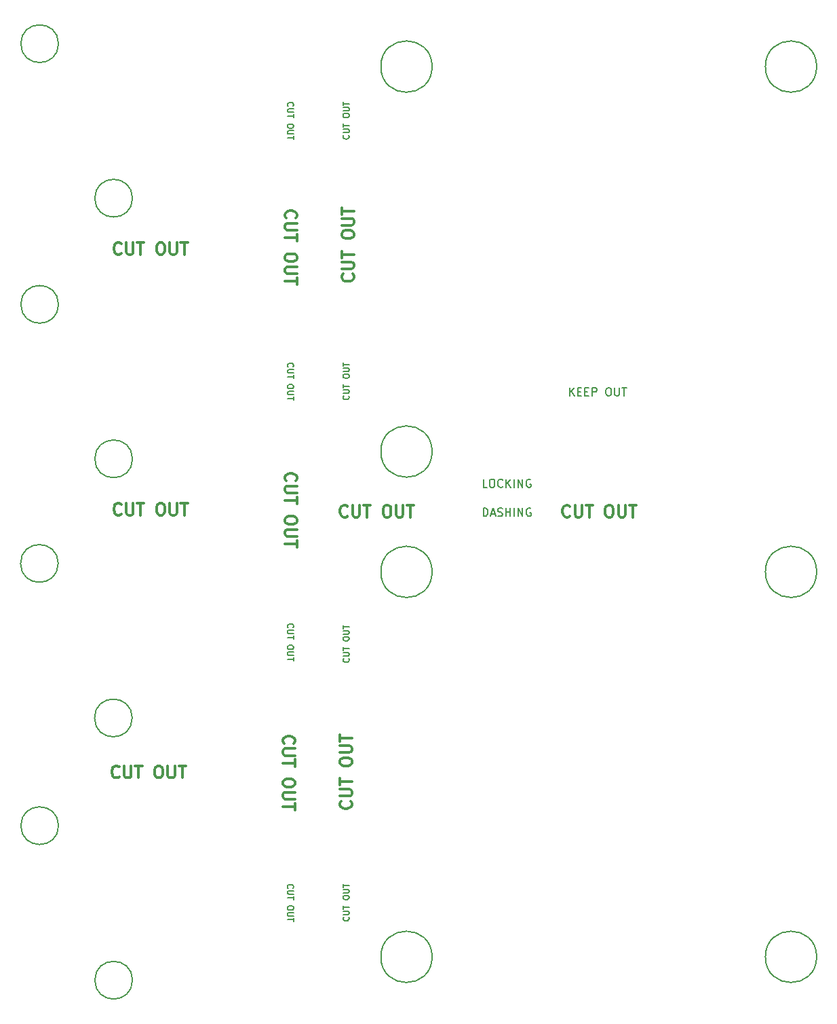
<source format=gbr>
%TF.GenerationSoftware,KiCad,Pcbnew,5.1.6-c6e7f7d~86~ubuntu18.04.1*%
%TF.CreationDate,2020-07-05T20:54:57+02:00*%
%TF.ProjectId,kleinvoet,6b6c6569-6e76-46f6-9574-2e6b69636164,Rev. A*%
%TF.SameCoordinates,Original*%
%TF.FileFunction,Other,Comment*%
%FSLAX46Y46*%
G04 Gerber Fmt 4.6, Leading zero omitted, Abs format (unit mm)*
G04 Created by KiCad (PCBNEW 5.1.6-c6e7f7d~86~ubuntu18.04.1) date 2020-07-05 20:54:57*
%MOMM*%
%LPD*%
G01*
G04 APERTURE LIST*
%ADD10C,0.300000*%
%ADD11C,0.150000*%
G04 APERTURE END LIST*
D10*
X88214285Y-57142857D02*
X88142857Y-57071428D01*
X88071428Y-56857142D01*
X88071428Y-56714285D01*
X88142857Y-56500000D01*
X88285714Y-56357142D01*
X88428571Y-56285714D01*
X88714285Y-56214285D01*
X88928571Y-56214285D01*
X89214285Y-56285714D01*
X89357142Y-56357142D01*
X89500000Y-56500000D01*
X89571428Y-56714285D01*
X89571428Y-56857142D01*
X89500000Y-57071428D01*
X89428571Y-57142857D01*
X89571428Y-57785714D02*
X88357142Y-57785714D01*
X88214285Y-57857142D01*
X88142857Y-57928571D01*
X88071428Y-58071428D01*
X88071428Y-58357142D01*
X88142857Y-58500000D01*
X88214285Y-58571428D01*
X88357142Y-58642857D01*
X89571428Y-58642857D01*
X89571428Y-59142857D02*
X89571428Y-60000000D01*
X88071428Y-59571428D02*
X89571428Y-59571428D01*
X89571428Y-61928571D02*
X89571428Y-62214285D01*
X89500000Y-62357142D01*
X89357142Y-62500000D01*
X89071428Y-62571428D01*
X88571428Y-62571428D01*
X88285714Y-62500000D01*
X88142857Y-62357142D01*
X88071428Y-62214285D01*
X88071428Y-61928571D01*
X88142857Y-61785714D01*
X88285714Y-61642857D01*
X88571428Y-61571428D01*
X89071428Y-61571428D01*
X89357142Y-61642857D01*
X89500000Y-61785714D01*
X89571428Y-61928571D01*
X89571428Y-63214285D02*
X88357142Y-63214285D01*
X88214285Y-63285714D01*
X88142857Y-63357142D01*
X88071428Y-63500000D01*
X88071428Y-63785714D01*
X88142857Y-63928571D01*
X88214285Y-64000000D01*
X88357142Y-64071428D01*
X89571428Y-64071428D01*
X89571428Y-64571428D02*
X89571428Y-65428571D01*
X88071428Y-65000000D02*
X89571428Y-65000000D01*
X88214285Y-89892857D02*
X88142857Y-89821428D01*
X88071428Y-89607142D01*
X88071428Y-89464285D01*
X88142857Y-89250000D01*
X88285714Y-89107142D01*
X88428571Y-89035714D01*
X88714285Y-88964285D01*
X88928571Y-88964285D01*
X89214285Y-89035714D01*
X89357142Y-89107142D01*
X89500000Y-89250000D01*
X89571428Y-89464285D01*
X89571428Y-89607142D01*
X89500000Y-89821428D01*
X89428571Y-89892857D01*
X89571428Y-90535714D02*
X88357142Y-90535714D01*
X88214285Y-90607142D01*
X88142857Y-90678571D01*
X88071428Y-90821428D01*
X88071428Y-91107142D01*
X88142857Y-91250000D01*
X88214285Y-91321428D01*
X88357142Y-91392857D01*
X89571428Y-91392857D01*
X89571428Y-91892857D02*
X89571428Y-92750000D01*
X88071428Y-92321428D02*
X89571428Y-92321428D01*
X89571428Y-94678571D02*
X89571428Y-94964285D01*
X89500000Y-95107142D01*
X89357142Y-95250000D01*
X89071428Y-95321428D01*
X88571428Y-95321428D01*
X88285714Y-95250000D01*
X88142857Y-95107142D01*
X88071428Y-94964285D01*
X88071428Y-94678571D01*
X88142857Y-94535714D01*
X88285714Y-94392857D01*
X88571428Y-94321428D01*
X89071428Y-94321428D01*
X89357142Y-94392857D01*
X89500000Y-94535714D01*
X89571428Y-94678571D01*
X89571428Y-95964285D02*
X88357142Y-95964285D01*
X88214285Y-96035714D01*
X88142857Y-96107142D01*
X88071428Y-96250000D01*
X88071428Y-96535714D01*
X88142857Y-96678571D01*
X88214285Y-96750000D01*
X88357142Y-96821428D01*
X89571428Y-96821428D01*
X89571428Y-97321428D02*
X89571428Y-98178571D01*
X88071428Y-97750000D02*
X89571428Y-97750000D01*
X87964285Y-122642857D02*
X87892857Y-122571428D01*
X87821428Y-122357142D01*
X87821428Y-122214285D01*
X87892857Y-122000000D01*
X88035714Y-121857142D01*
X88178571Y-121785714D01*
X88464285Y-121714285D01*
X88678571Y-121714285D01*
X88964285Y-121785714D01*
X89107142Y-121857142D01*
X89250000Y-122000000D01*
X89321428Y-122214285D01*
X89321428Y-122357142D01*
X89250000Y-122571428D01*
X89178571Y-122642857D01*
X89321428Y-123285714D02*
X88107142Y-123285714D01*
X87964285Y-123357142D01*
X87892857Y-123428571D01*
X87821428Y-123571428D01*
X87821428Y-123857142D01*
X87892857Y-124000000D01*
X87964285Y-124071428D01*
X88107142Y-124142857D01*
X89321428Y-124142857D01*
X89321428Y-124642857D02*
X89321428Y-125500000D01*
X87821428Y-125071428D02*
X89321428Y-125071428D01*
X89321428Y-127428571D02*
X89321428Y-127714285D01*
X89250000Y-127857142D01*
X89107142Y-128000000D01*
X88821428Y-128071428D01*
X88321428Y-128071428D01*
X88035714Y-128000000D01*
X87892857Y-127857142D01*
X87821428Y-127714285D01*
X87821428Y-127428571D01*
X87892857Y-127285714D01*
X88035714Y-127142857D01*
X88321428Y-127071428D01*
X88821428Y-127071428D01*
X89107142Y-127142857D01*
X89250000Y-127285714D01*
X89321428Y-127428571D01*
X89321428Y-128714285D02*
X88107142Y-128714285D01*
X87964285Y-128785714D01*
X87892857Y-128857142D01*
X87821428Y-129000000D01*
X87821428Y-129285714D01*
X87892857Y-129428571D01*
X87964285Y-129500000D01*
X88107142Y-129571428D01*
X89321428Y-129571428D01*
X89321428Y-130071428D02*
X89321428Y-130928571D01*
X87821428Y-130500000D02*
X89321428Y-130500000D01*
X96285714Y-129857142D02*
X96357142Y-129928571D01*
X96428571Y-130142857D01*
X96428571Y-130285714D01*
X96357142Y-130500000D01*
X96214285Y-130642857D01*
X96071428Y-130714285D01*
X95785714Y-130785714D01*
X95571428Y-130785714D01*
X95285714Y-130714285D01*
X95142857Y-130642857D01*
X95000000Y-130500000D01*
X94928571Y-130285714D01*
X94928571Y-130142857D01*
X95000000Y-129928571D01*
X95071428Y-129857142D01*
X94928571Y-129214285D02*
X96142857Y-129214285D01*
X96285714Y-129142857D01*
X96357142Y-129071428D01*
X96428571Y-128928571D01*
X96428571Y-128642857D01*
X96357142Y-128500000D01*
X96285714Y-128428571D01*
X96142857Y-128357142D01*
X94928571Y-128357142D01*
X94928571Y-127857142D02*
X94928571Y-127000000D01*
X96428571Y-127428571D02*
X94928571Y-127428571D01*
X94928571Y-125071428D02*
X94928571Y-124785714D01*
X95000000Y-124642857D01*
X95142857Y-124500000D01*
X95428571Y-124428571D01*
X95928571Y-124428571D01*
X96214285Y-124500000D01*
X96357142Y-124642857D01*
X96428571Y-124785714D01*
X96428571Y-125071428D01*
X96357142Y-125214285D01*
X96214285Y-125357142D01*
X95928571Y-125428571D01*
X95428571Y-125428571D01*
X95142857Y-125357142D01*
X95000000Y-125214285D01*
X94928571Y-125071428D01*
X94928571Y-123785714D02*
X96142857Y-123785714D01*
X96285714Y-123714285D01*
X96357142Y-123642857D01*
X96428571Y-123500000D01*
X96428571Y-123214285D01*
X96357142Y-123071428D01*
X96285714Y-123000000D01*
X96142857Y-122928571D01*
X94928571Y-122928571D01*
X94928571Y-122428571D02*
X94928571Y-121571428D01*
X96428571Y-122000000D02*
X94928571Y-122000000D01*
X96535714Y-64107142D02*
X96607142Y-64178571D01*
X96678571Y-64392857D01*
X96678571Y-64535714D01*
X96607142Y-64750000D01*
X96464285Y-64892857D01*
X96321428Y-64964285D01*
X96035714Y-65035714D01*
X95821428Y-65035714D01*
X95535714Y-64964285D01*
X95392857Y-64892857D01*
X95250000Y-64750000D01*
X95178571Y-64535714D01*
X95178571Y-64392857D01*
X95250000Y-64178571D01*
X95321428Y-64107142D01*
X95178571Y-63464285D02*
X96392857Y-63464285D01*
X96535714Y-63392857D01*
X96607142Y-63321428D01*
X96678571Y-63178571D01*
X96678571Y-62892857D01*
X96607142Y-62750000D01*
X96535714Y-62678571D01*
X96392857Y-62607142D01*
X95178571Y-62607142D01*
X95178571Y-62107142D02*
X95178571Y-61250000D01*
X96678571Y-61678571D02*
X95178571Y-61678571D01*
X95178571Y-59321428D02*
X95178571Y-59035714D01*
X95250000Y-58892857D01*
X95392857Y-58750000D01*
X95678571Y-58678571D01*
X96178571Y-58678571D01*
X96464285Y-58750000D01*
X96607142Y-58892857D01*
X96678571Y-59035714D01*
X96678571Y-59321428D01*
X96607142Y-59464285D01*
X96464285Y-59607142D01*
X96178571Y-59678571D01*
X95678571Y-59678571D01*
X95392857Y-59607142D01*
X95250000Y-59464285D01*
X95178571Y-59321428D01*
X95178571Y-58035714D02*
X96392857Y-58035714D01*
X96535714Y-57964285D01*
X96607142Y-57892857D01*
X96678571Y-57750000D01*
X96678571Y-57464285D01*
X96607142Y-57321428D01*
X96535714Y-57250000D01*
X96392857Y-57178571D01*
X95178571Y-57178571D01*
X95178571Y-56678571D02*
X95178571Y-55821428D01*
X96678571Y-56250000D02*
X95178571Y-56250000D01*
X67642857Y-61535714D02*
X67571428Y-61607142D01*
X67357142Y-61678571D01*
X67214285Y-61678571D01*
X67000000Y-61607142D01*
X66857142Y-61464285D01*
X66785714Y-61321428D01*
X66714285Y-61035714D01*
X66714285Y-60821428D01*
X66785714Y-60535714D01*
X66857142Y-60392857D01*
X67000000Y-60250000D01*
X67214285Y-60178571D01*
X67357142Y-60178571D01*
X67571428Y-60250000D01*
X67642857Y-60321428D01*
X68285714Y-60178571D02*
X68285714Y-61392857D01*
X68357142Y-61535714D01*
X68428571Y-61607142D01*
X68571428Y-61678571D01*
X68857142Y-61678571D01*
X69000000Y-61607142D01*
X69071428Y-61535714D01*
X69142857Y-61392857D01*
X69142857Y-60178571D01*
X69642857Y-60178571D02*
X70500000Y-60178571D01*
X70071428Y-61678571D02*
X70071428Y-60178571D01*
X72428571Y-60178571D02*
X72714285Y-60178571D01*
X72857142Y-60250000D01*
X73000000Y-60392857D01*
X73071428Y-60678571D01*
X73071428Y-61178571D01*
X73000000Y-61464285D01*
X72857142Y-61607142D01*
X72714285Y-61678571D01*
X72428571Y-61678571D01*
X72285714Y-61607142D01*
X72142857Y-61464285D01*
X72071428Y-61178571D01*
X72071428Y-60678571D01*
X72142857Y-60392857D01*
X72285714Y-60250000D01*
X72428571Y-60178571D01*
X73714285Y-60178571D02*
X73714285Y-61392857D01*
X73785714Y-61535714D01*
X73857142Y-61607142D01*
X74000000Y-61678571D01*
X74285714Y-61678571D01*
X74428571Y-61607142D01*
X74500000Y-61535714D01*
X74571428Y-61392857D01*
X74571428Y-60178571D01*
X75071428Y-60178571D02*
X75928571Y-60178571D01*
X75500000Y-61678571D02*
X75500000Y-60178571D01*
X67392857Y-126785714D02*
X67321428Y-126857142D01*
X67107142Y-126928571D01*
X66964285Y-126928571D01*
X66750000Y-126857142D01*
X66607142Y-126714285D01*
X66535714Y-126571428D01*
X66464285Y-126285714D01*
X66464285Y-126071428D01*
X66535714Y-125785714D01*
X66607142Y-125642857D01*
X66750000Y-125500000D01*
X66964285Y-125428571D01*
X67107142Y-125428571D01*
X67321428Y-125500000D01*
X67392857Y-125571428D01*
X68035714Y-125428571D02*
X68035714Y-126642857D01*
X68107142Y-126785714D01*
X68178571Y-126857142D01*
X68321428Y-126928571D01*
X68607142Y-126928571D01*
X68750000Y-126857142D01*
X68821428Y-126785714D01*
X68892857Y-126642857D01*
X68892857Y-125428571D01*
X69392857Y-125428571D02*
X70250000Y-125428571D01*
X69821428Y-126928571D02*
X69821428Y-125428571D01*
X72178571Y-125428571D02*
X72464285Y-125428571D01*
X72607142Y-125500000D01*
X72750000Y-125642857D01*
X72821428Y-125928571D01*
X72821428Y-126428571D01*
X72750000Y-126714285D01*
X72607142Y-126857142D01*
X72464285Y-126928571D01*
X72178571Y-126928571D01*
X72035714Y-126857142D01*
X71892857Y-126714285D01*
X71821428Y-126428571D01*
X71821428Y-125928571D01*
X71892857Y-125642857D01*
X72035714Y-125500000D01*
X72178571Y-125428571D01*
X73464285Y-125428571D02*
X73464285Y-126642857D01*
X73535714Y-126785714D01*
X73607142Y-126857142D01*
X73750000Y-126928571D01*
X74035714Y-126928571D01*
X74178571Y-126857142D01*
X74250000Y-126785714D01*
X74321428Y-126642857D01*
X74321428Y-125428571D01*
X74821428Y-125428571D02*
X75678571Y-125428571D01*
X75250000Y-126928571D02*
X75250000Y-125428571D01*
X67642857Y-94035714D02*
X67571428Y-94107142D01*
X67357142Y-94178571D01*
X67214285Y-94178571D01*
X67000000Y-94107142D01*
X66857142Y-93964285D01*
X66785714Y-93821428D01*
X66714285Y-93535714D01*
X66714285Y-93321428D01*
X66785714Y-93035714D01*
X66857142Y-92892857D01*
X67000000Y-92750000D01*
X67214285Y-92678571D01*
X67357142Y-92678571D01*
X67571428Y-92750000D01*
X67642857Y-92821428D01*
X68285714Y-92678571D02*
X68285714Y-93892857D01*
X68357142Y-94035714D01*
X68428571Y-94107142D01*
X68571428Y-94178571D01*
X68857142Y-94178571D01*
X69000000Y-94107142D01*
X69071428Y-94035714D01*
X69142857Y-93892857D01*
X69142857Y-92678571D01*
X69642857Y-92678571D02*
X70500000Y-92678571D01*
X70071428Y-94178571D02*
X70071428Y-92678571D01*
X72428571Y-92678571D02*
X72714285Y-92678571D01*
X72857142Y-92750000D01*
X73000000Y-92892857D01*
X73071428Y-93178571D01*
X73071428Y-93678571D01*
X73000000Y-93964285D01*
X72857142Y-94107142D01*
X72714285Y-94178571D01*
X72428571Y-94178571D01*
X72285714Y-94107142D01*
X72142857Y-93964285D01*
X72071428Y-93678571D01*
X72071428Y-93178571D01*
X72142857Y-92892857D01*
X72285714Y-92750000D01*
X72428571Y-92678571D01*
X73714285Y-92678571D02*
X73714285Y-93892857D01*
X73785714Y-94035714D01*
X73857142Y-94107142D01*
X74000000Y-94178571D01*
X74285714Y-94178571D01*
X74428571Y-94107142D01*
X74500000Y-94035714D01*
X74571428Y-93892857D01*
X74571428Y-92678571D01*
X75071428Y-92678571D02*
X75928571Y-92678571D01*
X75500000Y-94178571D02*
X75500000Y-92678571D01*
X95892857Y-94285714D02*
X95821428Y-94357142D01*
X95607142Y-94428571D01*
X95464285Y-94428571D01*
X95250000Y-94357142D01*
X95107142Y-94214285D01*
X95035714Y-94071428D01*
X94964285Y-93785714D01*
X94964285Y-93571428D01*
X95035714Y-93285714D01*
X95107142Y-93142857D01*
X95250000Y-93000000D01*
X95464285Y-92928571D01*
X95607142Y-92928571D01*
X95821428Y-93000000D01*
X95892857Y-93071428D01*
X96535714Y-92928571D02*
X96535714Y-94142857D01*
X96607142Y-94285714D01*
X96678571Y-94357142D01*
X96821428Y-94428571D01*
X97107142Y-94428571D01*
X97250000Y-94357142D01*
X97321428Y-94285714D01*
X97392857Y-94142857D01*
X97392857Y-92928571D01*
X97892857Y-92928571D02*
X98750000Y-92928571D01*
X98321428Y-94428571D02*
X98321428Y-92928571D01*
X100678571Y-92928571D02*
X100964285Y-92928571D01*
X101107142Y-93000000D01*
X101250000Y-93142857D01*
X101321428Y-93428571D01*
X101321428Y-93928571D01*
X101250000Y-94214285D01*
X101107142Y-94357142D01*
X100964285Y-94428571D01*
X100678571Y-94428571D01*
X100535714Y-94357142D01*
X100392857Y-94214285D01*
X100321428Y-93928571D01*
X100321428Y-93428571D01*
X100392857Y-93142857D01*
X100535714Y-93000000D01*
X100678571Y-92928571D01*
X101964285Y-92928571D02*
X101964285Y-94142857D01*
X102035714Y-94285714D01*
X102107142Y-94357142D01*
X102250000Y-94428571D01*
X102535714Y-94428571D01*
X102678571Y-94357142D01*
X102750000Y-94285714D01*
X102821428Y-94142857D01*
X102821428Y-92928571D01*
X103321428Y-92928571D02*
X104178571Y-92928571D01*
X103750000Y-94428571D02*
X103750000Y-92928571D01*
X123642857Y-94285714D02*
X123571428Y-94357142D01*
X123357142Y-94428571D01*
X123214285Y-94428571D01*
X123000000Y-94357142D01*
X122857142Y-94214285D01*
X122785714Y-94071428D01*
X122714285Y-93785714D01*
X122714285Y-93571428D01*
X122785714Y-93285714D01*
X122857142Y-93142857D01*
X123000000Y-93000000D01*
X123214285Y-92928571D01*
X123357142Y-92928571D01*
X123571428Y-93000000D01*
X123642857Y-93071428D01*
X124285714Y-92928571D02*
X124285714Y-94142857D01*
X124357142Y-94285714D01*
X124428571Y-94357142D01*
X124571428Y-94428571D01*
X124857142Y-94428571D01*
X125000000Y-94357142D01*
X125071428Y-94285714D01*
X125142857Y-94142857D01*
X125142857Y-92928571D01*
X125642857Y-92928571D02*
X126500000Y-92928571D01*
X126071428Y-94428571D02*
X126071428Y-92928571D01*
X128428571Y-92928571D02*
X128714285Y-92928571D01*
X128857142Y-93000000D01*
X129000000Y-93142857D01*
X129071428Y-93428571D01*
X129071428Y-93928571D01*
X129000000Y-94214285D01*
X128857142Y-94357142D01*
X128714285Y-94428571D01*
X128428571Y-94428571D01*
X128285714Y-94357142D01*
X128142857Y-94214285D01*
X128071428Y-93928571D01*
X128071428Y-93428571D01*
X128142857Y-93142857D01*
X128285714Y-93000000D01*
X128428571Y-92928571D01*
X129714285Y-92928571D02*
X129714285Y-94142857D01*
X129785714Y-94285714D01*
X129857142Y-94357142D01*
X130000000Y-94428571D01*
X130285714Y-94428571D01*
X130428571Y-94357142D01*
X130500000Y-94285714D01*
X130571428Y-94142857D01*
X130571428Y-92928571D01*
X131071428Y-92928571D02*
X131928571Y-92928571D01*
X131500000Y-94428571D02*
X131500000Y-92928571D01*
D11*
X88482142Y-43196428D02*
X88446428Y-43160714D01*
X88410714Y-43053571D01*
X88410714Y-42982142D01*
X88446428Y-42875000D01*
X88517857Y-42803571D01*
X88589285Y-42767857D01*
X88732142Y-42732142D01*
X88839285Y-42732142D01*
X88982142Y-42767857D01*
X89053571Y-42803571D01*
X89125000Y-42875000D01*
X89160714Y-42982142D01*
X89160714Y-43053571D01*
X89125000Y-43160714D01*
X89089285Y-43196428D01*
X89160714Y-43517857D02*
X88553571Y-43517857D01*
X88482142Y-43553571D01*
X88446428Y-43589285D01*
X88410714Y-43660714D01*
X88410714Y-43803571D01*
X88446428Y-43875000D01*
X88482142Y-43910714D01*
X88553571Y-43946428D01*
X89160714Y-43946428D01*
X89160714Y-44196428D02*
X89160714Y-44625000D01*
X88410714Y-44410714D02*
X89160714Y-44410714D01*
X89160714Y-45589285D02*
X89160714Y-45732142D01*
X89125000Y-45803571D01*
X89053571Y-45875000D01*
X88910714Y-45910714D01*
X88660714Y-45910714D01*
X88517857Y-45875000D01*
X88446428Y-45803571D01*
X88410714Y-45732142D01*
X88410714Y-45589285D01*
X88446428Y-45517857D01*
X88517857Y-45446428D01*
X88660714Y-45410714D01*
X88910714Y-45410714D01*
X89053571Y-45446428D01*
X89125000Y-45517857D01*
X89160714Y-45589285D01*
X89160714Y-46232142D02*
X88553571Y-46232142D01*
X88482142Y-46267857D01*
X88446428Y-46303571D01*
X88410714Y-46375000D01*
X88410714Y-46517857D01*
X88446428Y-46589285D01*
X88482142Y-46625000D01*
X88553571Y-46660714D01*
X89160714Y-46660714D01*
X89160714Y-46910714D02*
X89160714Y-47339285D01*
X88410714Y-47125000D02*
X89160714Y-47125000D01*
X88482142Y-75696428D02*
X88446428Y-75660714D01*
X88410714Y-75553571D01*
X88410714Y-75482142D01*
X88446428Y-75375000D01*
X88517857Y-75303571D01*
X88589285Y-75267857D01*
X88732142Y-75232142D01*
X88839285Y-75232142D01*
X88982142Y-75267857D01*
X89053571Y-75303571D01*
X89125000Y-75375000D01*
X89160714Y-75482142D01*
X89160714Y-75553571D01*
X89125000Y-75660714D01*
X89089285Y-75696428D01*
X89160714Y-76017857D02*
X88553571Y-76017857D01*
X88482142Y-76053571D01*
X88446428Y-76089285D01*
X88410714Y-76160714D01*
X88410714Y-76303571D01*
X88446428Y-76375000D01*
X88482142Y-76410714D01*
X88553571Y-76446428D01*
X89160714Y-76446428D01*
X89160714Y-76696428D02*
X89160714Y-77125000D01*
X88410714Y-76910714D02*
X89160714Y-76910714D01*
X89160714Y-78089285D02*
X89160714Y-78232142D01*
X89125000Y-78303571D01*
X89053571Y-78375000D01*
X88910714Y-78410714D01*
X88660714Y-78410714D01*
X88517857Y-78375000D01*
X88446428Y-78303571D01*
X88410714Y-78232142D01*
X88410714Y-78089285D01*
X88446428Y-78017857D01*
X88517857Y-77946428D01*
X88660714Y-77910714D01*
X88910714Y-77910714D01*
X89053571Y-77946428D01*
X89125000Y-78017857D01*
X89160714Y-78089285D01*
X89160714Y-78732142D02*
X88553571Y-78732142D01*
X88482142Y-78767857D01*
X88446428Y-78803571D01*
X88410714Y-78875000D01*
X88410714Y-79017857D01*
X88446428Y-79089285D01*
X88482142Y-79125000D01*
X88553571Y-79160714D01*
X89160714Y-79160714D01*
X89160714Y-79410714D02*
X89160714Y-79839285D01*
X88410714Y-79625000D02*
X89160714Y-79625000D01*
X96017857Y-112053571D02*
X96053571Y-112089285D01*
X96089285Y-112196428D01*
X96089285Y-112267857D01*
X96053571Y-112375000D01*
X95982142Y-112446428D01*
X95910714Y-112482142D01*
X95767857Y-112517857D01*
X95660714Y-112517857D01*
X95517857Y-112482142D01*
X95446428Y-112446428D01*
X95375000Y-112375000D01*
X95339285Y-112267857D01*
X95339285Y-112196428D01*
X95375000Y-112089285D01*
X95410714Y-112053571D01*
X95339285Y-111732142D02*
X95946428Y-111732142D01*
X96017857Y-111696428D01*
X96053571Y-111660714D01*
X96089285Y-111589285D01*
X96089285Y-111446428D01*
X96053571Y-111375000D01*
X96017857Y-111339285D01*
X95946428Y-111303571D01*
X95339285Y-111303571D01*
X95339285Y-111053571D02*
X95339285Y-110625000D01*
X96089285Y-110839285D02*
X95339285Y-110839285D01*
X95339285Y-109660714D02*
X95339285Y-109517857D01*
X95375000Y-109446428D01*
X95446428Y-109375000D01*
X95589285Y-109339285D01*
X95839285Y-109339285D01*
X95982142Y-109375000D01*
X96053571Y-109446428D01*
X96089285Y-109517857D01*
X96089285Y-109660714D01*
X96053571Y-109732142D01*
X95982142Y-109803571D01*
X95839285Y-109839285D01*
X95589285Y-109839285D01*
X95446428Y-109803571D01*
X95375000Y-109732142D01*
X95339285Y-109660714D01*
X95339285Y-109017857D02*
X95946428Y-109017857D01*
X96017857Y-108982142D01*
X96053571Y-108946428D01*
X96089285Y-108875000D01*
X96089285Y-108732142D01*
X96053571Y-108660714D01*
X96017857Y-108625000D01*
X95946428Y-108589285D01*
X95339285Y-108589285D01*
X95339285Y-108339285D02*
X95339285Y-107910714D01*
X96089285Y-108125000D02*
X95339285Y-108125000D01*
X88482142Y-108196428D02*
X88446428Y-108160714D01*
X88410714Y-108053571D01*
X88410714Y-107982142D01*
X88446428Y-107875000D01*
X88517857Y-107803571D01*
X88589285Y-107767857D01*
X88732142Y-107732142D01*
X88839285Y-107732142D01*
X88982142Y-107767857D01*
X89053571Y-107803571D01*
X89125000Y-107875000D01*
X89160714Y-107982142D01*
X89160714Y-108053571D01*
X89125000Y-108160714D01*
X89089285Y-108196428D01*
X89160714Y-108517857D02*
X88553571Y-108517857D01*
X88482142Y-108553571D01*
X88446428Y-108589285D01*
X88410714Y-108660714D01*
X88410714Y-108803571D01*
X88446428Y-108875000D01*
X88482142Y-108910714D01*
X88553571Y-108946428D01*
X89160714Y-108946428D01*
X89160714Y-109196428D02*
X89160714Y-109625000D01*
X88410714Y-109410714D02*
X89160714Y-109410714D01*
X89160714Y-110589285D02*
X89160714Y-110732142D01*
X89125000Y-110803571D01*
X89053571Y-110875000D01*
X88910714Y-110910714D01*
X88660714Y-110910714D01*
X88517857Y-110875000D01*
X88446428Y-110803571D01*
X88410714Y-110732142D01*
X88410714Y-110589285D01*
X88446428Y-110517857D01*
X88517857Y-110446428D01*
X88660714Y-110410714D01*
X88910714Y-110410714D01*
X89053571Y-110446428D01*
X89125000Y-110517857D01*
X89160714Y-110589285D01*
X89160714Y-111232142D02*
X88553571Y-111232142D01*
X88482142Y-111267857D01*
X88446428Y-111303571D01*
X88410714Y-111375000D01*
X88410714Y-111517857D01*
X88446428Y-111589285D01*
X88482142Y-111625000D01*
X88553571Y-111660714D01*
X89160714Y-111660714D01*
X89160714Y-111910714D02*
X89160714Y-112339285D01*
X88410714Y-112125000D02*
X89160714Y-112125000D01*
X88482142Y-140696428D02*
X88446428Y-140660714D01*
X88410714Y-140553571D01*
X88410714Y-140482142D01*
X88446428Y-140375000D01*
X88517857Y-140303571D01*
X88589285Y-140267857D01*
X88732142Y-140232142D01*
X88839285Y-140232142D01*
X88982142Y-140267857D01*
X89053571Y-140303571D01*
X89125000Y-140375000D01*
X89160714Y-140482142D01*
X89160714Y-140553571D01*
X89125000Y-140660714D01*
X89089285Y-140696428D01*
X89160714Y-141017857D02*
X88553571Y-141017857D01*
X88482142Y-141053571D01*
X88446428Y-141089285D01*
X88410714Y-141160714D01*
X88410714Y-141303571D01*
X88446428Y-141375000D01*
X88482142Y-141410714D01*
X88553571Y-141446428D01*
X89160714Y-141446428D01*
X89160714Y-141696428D02*
X89160714Y-142125000D01*
X88410714Y-141910714D02*
X89160714Y-141910714D01*
X89160714Y-143089285D02*
X89160714Y-143232142D01*
X89125000Y-143303571D01*
X89053571Y-143375000D01*
X88910714Y-143410714D01*
X88660714Y-143410714D01*
X88517857Y-143375000D01*
X88446428Y-143303571D01*
X88410714Y-143232142D01*
X88410714Y-143089285D01*
X88446428Y-143017857D01*
X88517857Y-142946428D01*
X88660714Y-142910714D01*
X88910714Y-142910714D01*
X89053571Y-142946428D01*
X89125000Y-143017857D01*
X89160714Y-143089285D01*
X89160714Y-143732142D02*
X88553571Y-143732142D01*
X88482142Y-143767857D01*
X88446428Y-143803571D01*
X88410714Y-143875000D01*
X88410714Y-144017857D01*
X88446428Y-144089285D01*
X88482142Y-144125000D01*
X88553571Y-144160714D01*
X89160714Y-144160714D01*
X89160714Y-144410714D02*
X89160714Y-144839285D01*
X88410714Y-144625000D02*
X89160714Y-144625000D01*
X96017857Y-144303571D02*
X96053571Y-144339285D01*
X96089285Y-144446428D01*
X96089285Y-144517857D01*
X96053571Y-144625000D01*
X95982142Y-144696428D01*
X95910714Y-144732142D01*
X95767857Y-144767857D01*
X95660714Y-144767857D01*
X95517857Y-144732142D01*
X95446428Y-144696428D01*
X95375000Y-144625000D01*
X95339285Y-144517857D01*
X95339285Y-144446428D01*
X95375000Y-144339285D01*
X95410714Y-144303571D01*
X95339285Y-143982142D02*
X95946428Y-143982142D01*
X96017857Y-143946428D01*
X96053571Y-143910714D01*
X96089285Y-143839285D01*
X96089285Y-143696428D01*
X96053571Y-143625000D01*
X96017857Y-143589285D01*
X95946428Y-143553571D01*
X95339285Y-143553571D01*
X95339285Y-143303571D02*
X95339285Y-142875000D01*
X96089285Y-143089285D02*
X95339285Y-143089285D01*
X95339285Y-141910714D02*
X95339285Y-141767857D01*
X95375000Y-141696428D01*
X95446428Y-141625000D01*
X95589285Y-141589285D01*
X95839285Y-141589285D01*
X95982142Y-141625000D01*
X96053571Y-141696428D01*
X96089285Y-141767857D01*
X96089285Y-141910714D01*
X96053571Y-141982142D01*
X95982142Y-142053571D01*
X95839285Y-142089285D01*
X95589285Y-142089285D01*
X95446428Y-142053571D01*
X95375000Y-141982142D01*
X95339285Y-141910714D01*
X95339285Y-141267857D02*
X95946428Y-141267857D01*
X96017857Y-141232142D01*
X96053571Y-141196428D01*
X96089285Y-141125000D01*
X96089285Y-140982142D01*
X96053571Y-140910714D01*
X96017857Y-140875000D01*
X95946428Y-140839285D01*
X95339285Y-140839285D01*
X95339285Y-140589285D02*
X95339285Y-140160714D01*
X96089285Y-140375000D02*
X95339285Y-140375000D01*
X96017857Y-46803571D02*
X96053571Y-46839285D01*
X96089285Y-46946428D01*
X96089285Y-47017857D01*
X96053571Y-47125000D01*
X95982142Y-47196428D01*
X95910714Y-47232142D01*
X95767857Y-47267857D01*
X95660714Y-47267857D01*
X95517857Y-47232142D01*
X95446428Y-47196428D01*
X95375000Y-47125000D01*
X95339285Y-47017857D01*
X95339285Y-46946428D01*
X95375000Y-46839285D01*
X95410714Y-46803571D01*
X95339285Y-46482142D02*
X95946428Y-46482142D01*
X96017857Y-46446428D01*
X96053571Y-46410714D01*
X96089285Y-46339285D01*
X96089285Y-46196428D01*
X96053571Y-46125000D01*
X96017857Y-46089285D01*
X95946428Y-46053571D01*
X95339285Y-46053571D01*
X95339285Y-45803571D02*
X95339285Y-45375000D01*
X96089285Y-45589285D02*
X95339285Y-45589285D01*
X95339285Y-44410714D02*
X95339285Y-44267857D01*
X95375000Y-44196428D01*
X95446428Y-44125000D01*
X95589285Y-44089285D01*
X95839285Y-44089285D01*
X95982142Y-44125000D01*
X96053571Y-44196428D01*
X96089285Y-44267857D01*
X96089285Y-44410714D01*
X96053571Y-44482142D01*
X95982142Y-44553571D01*
X95839285Y-44589285D01*
X95589285Y-44589285D01*
X95446428Y-44553571D01*
X95375000Y-44482142D01*
X95339285Y-44410714D01*
X95339285Y-43767857D02*
X95946428Y-43767857D01*
X96017857Y-43732142D01*
X96053571Y-43696428D01*
X96089285Y-43625000D01*
X96089285Y-43482142D01*
X96053571Y-43410714D01*
X96017857Y-43375000D01*
X95946428Y-43339285D01*
X95339285Y-43339285D01*
X95339285Y-43089285D02*
X95339285Y-42660714D01*
X96089285Y-42875000D02*
X95339285Y-42875000D01*
X96017857Y-79303571D02*
X96053571Y-79339285D01*
X96089285Y-79446428D01*
X96089285Y-79517857D01*
X96053571Y-79625000D01*
X95982142Y-79696428D01*
X95910714Y-79732142D01*
X95767857Y-79767857D01*
X95660714Y-79767857D01*
X95517857Y-79732142D01*
X95446428Y-79696428D01*
X95375000Y-79625000D01*
X95339285Y-79517857D01*
X95339285Y-79446428D01*
X95375000Y-79339285D01*
X95410714Y-79303571D01*
X95339285Y-78982142D02*
X95946428Y-78982142D01*
X96017857Y-78946428D01*
X96053571Y-78910714D01*
X96089285Y-78839285D01*
X96089285Y-78696428D01*
X96053571Y-78625000D01*
X96017857Y-78589285D01*
X95946428Y-78553571D01*
X95339285Y-78553571D01*
X95339285Y-78303571D02*
X95339285Y-77875000D01*
X96089285Y-78089285D02*
X95339285Y-78089285D01*
X95339285Y-76910714D02*
X95339285Y-76767857D01*
X95375000Y-76696428D01*
X95446428Y-76625000D01*
X95589285Y-76589285D01*
X95839285Y-76589285D01*
X95982142Y-76625000D01*
X96053571Y-76696428D01*
X96089285Y-76767857D01*
X96089285Y-76910714D01*
X96053571Y-76982142D01*
X95982142Y-77053571D01*
X95839285Y-77089285D01*
X95589285Y-77089285D01*
X95446428Y-77053571D01*
X95375000Y-76982142D01*
X95339285Y-76910714D01*
X95339285Y-76267857D02*
X95946428Y-76267857D01*
X96017857Y-76232142D01*
X96053571Y-76196428D01*
X96089285Y-76125000D01*
X96089285Y-75982142D01*
X96053571Y-75910714D01*
X96017857Y-75875000D01*
X95946428Y-75839285D01*
X95339285Y-75839285D01*
X95339285Y-75589285D02*
X95339285Y-75160714D01*
X96089285Y-75375000D02*
X95339285Y-75375000D01*
%TO.C,H16*%
X154450000Y-101250000D02*
G75*
G03*
X154450000Y-101250000I-3200000J0D01*
G01*
%TO.C,H15*%
X106450000Y-101250000D02*
G75*
G03*
X106450000Y-101250000I-3200000J0D01*
G01*
%TO.C,H14*%
X154450000Y-149250000D02*
G75*
G03*
X154450000Y-149250000I-3200000J0D01*
G01*
%TO.C,H13*%
X106450000Y-149250000D02*
G75*
G03*
X106450000Y-149250000I-3200000J0D01*
G01*
%TO.C,H4*%
X106450000Y-38250000D02*
G75*
G03*
X106450000Y-38250000I-3200000J0D01*
G01*
%TO.C,H3*%
X106450000Y-86250000D02*
G75*
G03*
X106450000Y-86250000I-3200000J0D01*
G01*
%TO.C,H2*%
X154450000Y-38250000D02*
G75*
G03*
X154450000Y-38250000I-3200000J0D01*
G01*
%TO.C,H10*%
X59811000Y-132895000D02*
G75*
G03*
X59811000Y-132895000I-2350000J0D01*
G01*
%TO.C,H9*%
X69046000Y-152159000D02*
G75*
G03*
X69046000Y-152159000I-2350000J0D01*
G01*
%TO.C,H8*%
X59811000Y-67895000D02*
G75*
G03*
X59811000Y-67895000I-2350000J0D01*
G01*
%TO.C,H7*%
X69046000Y-87159000D02*
G75*
G03*
X69046000Y-87159000I-2350000J0D01*
G01*
%TO.C,H6*%
X59811000Y-35395000D02*
G75*
G03*
X59811000Y-35395000I-2350000J0D01*
G01*
%TO.C,H5*%
X69046000Y-54659000D02*
G75*
G03*
X69046000Y-54659000I-2350000J0D01*
G01*
%TO.C,H12*%
X59775500Y-100200000D02*
G75*
G03*
X59775500Y-100200000I-2350000J0D01*
G01*
%TO.C,H11*%
X69010500Y-119464000D02*
G75*
G03*
X69010500Y-119464000I-2350000J0D01*
G01*
%TD*%
%TO.C,J11*%
X112839494Y-94302380D02*
X112839494Y-93302380D01*
X113077589Y-93302380D01*
X113220446Y-93350000D01*
X113315684Y-93445238D01*
X113363303Y-93540476D01*
X113410922Y-93730952D01*
X113410922Y-93873809D01*
X113363303Y-94064285D01*
X113315684Y-94159523D01*
X113220446Y-94254761D01*
X113077589Y-94302380D01*
X112839494Y-94302380D01*
X113791875Y-94016666D02*
X114268065Y-94016666D01*
X113696636Y-94302380D02*
X114029970Y-93302380D01*
X114363303Y-94302380D01*
X114649017Y-94254761D02*
X114791875Y-94302380D01*
X115029970Y-94302380D01*
X115125208Y-94254761D01*
X115172827Y-94207142D01*
X115220446Y-94111904D01*
X115220446Y-94016666D01*
X115172827Y-93921428D01*
X115125208Y-93873809D01*
X115029970Y-93826190D01*
X114839494Y-93778571D01*
X114744255Y-93730952D01*
X114696636Y-93683333D01*
X114649017Y-93588095D01*
X114649017Y-93492857D01*
X114696636Y-93397619D01*
X114744255Y-93350000D01*
X114839494Y-93302380D01*
X115077589Y-93302380D01*
X115220446Y-93350000D01*
X115649017Y-94302380D02*
X115649017Y-93302380D01*
X115649017Y-93778571D02*
X116220446Y-93778571D01*
X116220446Y-94302380D02*
X116220446Y-93302380D01*
X116696636Y-94302380D02*
X116696636Y-93302380D01*
X117172827Y-94302380D02*
X117172827Y-93302380D01*
X117744255Y-94302380D01*
X117744255Y-93302380D01*
X118744255Y-93350000D02*
X118649017Y-93302380D01*
X118506160Y-93302380D01*
X118363303Y-93350000D01*
X118268065Y-93445238D01*
X118220446Y-93540476D01*
X118172827Y-93730952D01*
X118172827Y-93873809D01*
X118220446Y-94064285D01*
X118268065Y-94159523D01*
X118363303Y-94254761D01*
X118506160Y-94302380D01*
X118601398Y-94302380D01*
X118744255Y-94254761D01*
X118791875Y-94207142D01*
X118791875Y-93873809D01*
X118601398Y-93873809D01*
X113315684Y-90702380D02*
X112839494Y-90702380D01*
X112839494Y-89702380D01*
X113839494Y-89702380D02*
X114029970Y-89702380D01*
X114125208Y-89750000D01*
X114220446Y-89845238D01*
X114268065Y-90035714D01*
X114268065Y-90369047D01*
X114220446Y-90559523D01*
X114125208Y-90654761D01*
X114029970Y-90702380D01*
X113839494Y-90702380D01*
X113744255Y-90654761D01*
X113649017Y-90559523D01*
X113601398Y-90369047D01*
X113601398Y-90035714D01*
X113649017Y-89845238D01*
X113744255Y-89750000D01*
X113839494Y-89702380D01*
X115268065Y-90607142D02*
X115220446Y-90654761D01*
X115077589Y-90702380D01*
X114982351Y-90702380D01*
X114839494Y-90654761D01*
X114744255Y-90559523D01*
X114696636Y-90464285D01*
X114649017Y-90273809D01*
X114649017Y-90130952D01*
X114696636Y-89940476D01*
X114744255Y-89845238D01*
X114839494Y-89750000D01*
X114982351Y-89702380D01*
X115077589Y-89702380D01*
X115220446Y-89750000D01*
X115268065Y-89797619D01*
X115696636Y-90702380D02*
X115696636Y-89702380D01*
X116268065Y-90702380D02*
X115839494Y-90130952D01*
X116268065Y-89702380D02*
X115696636Y-90273809D01*
X116696636Y-90702380D02*
X116696636Y-89702380D01*
X117172827Y-90702380D02*
X117172827Y-89702380D01*
X117744255Y-90702380D01*
X117744255Y-89702380D01*
X118744255Y-89750000D02*
X118649017Y-89702380D01*
X118506160Y-89702380D01*
X118363303Y-89750000D01*
X118268065Y-89845238D01*
X118220446Y-89940476D01*
X118172827Y-90130952D01*
X118172827Y-90273809D01*
X118220446Y-90464285D01*
X118268065Y-90559523D01*
X118363303Y-90654761D01*
X118506160Y-90702380D01*
X118601398Y-90702380D01*
X118744255Y-90654761D01*
X118791875Y-90607142D01*
X118791875Y-90273809D01*
X118601398Y-90273809D01*
X123623809Y-79302380D02*
X123623809Y-78302380D01*
X124195238Y-79302380D02*
X123766666Y-78730952D01*
X124195238Y-78302380D02*
X123623809Y-78873809D01*
X124623809Y-78778571D02*
X124957142Y-78778571D01*
X125100000Y-79302380D02*
X124623809Y-79302380D01*
X124623809Y-78302380D01*
X125100000Y-78302380D01*
X125528571Y-78778571D02*
X125861904Y-78778571D01*
X126004761Y-79302380D02*
X125528571Y-79302380D01*
X125528571Y-78302380D01*
X126004761Y-78302380D01*
X126433333Y-79302380D02*
X126433333Y-78302380D01*
X126814285Y-78302380D01*
X126909523Y-78350000D01*
X126957142Y-78397619D01*
X127004761Y-78492857D01*
X127004761Y-78635714D01*
X126957142Y-78730952D01*
X126909523Y-78778571D01*
X126814285Y-78826190D01*
X126433333Y-78826190D01*
X128385714Y-78302380D02*
X128576190Y-78302380D01*
X128671428Y-78350000D01*
X128766666Y-78445238D01*
X128814285Y-78635714D01*
X128814285Y-78969047D01*
X128766666Y-79159523D01*
X128671428Y-79254761D01*
X128576190Y-79302380D01*
X128385714Y-79302380D01*
X128290476Y-79254761D01*
X128195238Y-79159523D01*
X128147619Y-78969047D01*
X128147619Y-78635714D01*
X128195238Y-78445238D01*
X128290476Y-78350000D01*
X128385714Y-78302380D01*
X129242857Y-78302380D02*
X129242857Y-79111904D01*
X129290476Y-79207142D01*
X129338095Y-79254761D01*
X129433333Y-79302380D01*
X129623809Y-79302380D01*
X129719047Y-79254761D01*
X129766666Y-79207142D01*
X129814285Y-79111904D01*
X129814285Y-78302380D01*
X130147619Y-78302380D02*
X130719047Y-78302380D01*
X130433333Y-79302380D02*
X130433333Y-78302380D01*
X123623809Y-79302380D02*
X123623809Y-78302380D01*
X124195238Y-79302380D02*
X123766666Y-78730952D01*
X124195238Y-78302380D02*
X123623809Y-78873809D01*
X124623809Y-78778571D02*
X124957142Y-78778571D01*
X125100000Y-79302380D02*
X124623809Y-79302380D01*
X124623809Y-78302380D01*
X125100000Y-78302380D01*
X125528571Y-78778571D02*
X125861904Y-78778571D01*
X126004761Y-79302380D02*
X125528571Y-79302380D01*
X125528571Y-78302380D01*
X126004761Y-78302380D01*
X126433333Y-79302380D02*
X126433333Y-78302380D01*
X126814285Y-78302380D01*
X126909523Y-78350000D01*
X126957142Y-78397619D01*
X127004761Y-78492857D01*
X127004761Y-78635714D01*
X126957142Y-78730952D01*
X126909523Y-78778571D01*
X126814285Y-78826190D01*
X126433333Y-78826190D01*
X128385714Y-78302380D02*
X128576190Y-78302380D01*
X128671428Y-78350000D01*
X128766666Y-78445238D01*
X128814285Y-78635714D01*
X128814285Y-78969047D01*
X128766666Y-79159523D01*
X128671428Y-79254761D01*
X128576190Y-79302380D01*
X128385714Y-79302380D01*
X128290476Y-79254761D01*
X128195238Y-79159523D01*
X128147619Y-78969047D01*
X128147619Y-78635714D01*
X128195238Y-78445238D01*
X128290476Y-78350000D01*
X128385714Y-78302380D01*
X129242857Y-78302380D02*
X129242857Y-79111904D01*
X129290476Y-79207142D01*
X129338095Y-79254761D01*
X129433333Y-79302380D01*
X129623809Y-79302380D01*
X129719047Y-79254761D01*
X129766666Y-79207142D01*
X129814285Y-79111904D01*
X129814285Y-78302380D01*
X130147619Y-78302380D02*
X130719047Y-78302380D01*
X130433333Y-79302380D02*
X130433333Y-78302380D01*
%TD*%
M02*

</source>
